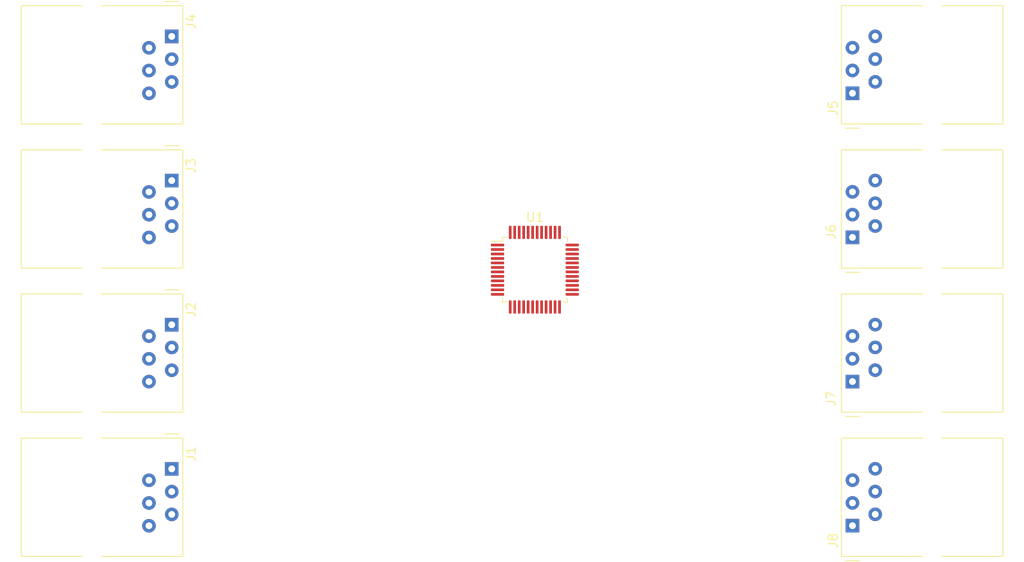
<source format=kicad_pcb>
(kicad_pcb (version 20211014) (generator pcbnew)
  (layers (0 "F.Cu" signal) (31 "B.Cu" signal) (34 "B.Paste" user) (35 "F.Paste" user) (36 "B.SilkS" user "B.Silkscreen") (37 "F.SilkS" user "F.Silkscreen") (38 "B.Mask" user) (39 "F.Mask" user) (44 "Edge.Cuts" user))
  (net 0 "")
  (footprint "Connector_RJ:RJ12_Amphenol_54601" (layer "F.Cu") (at 40.79 88.27 -90)
    (fp_text reference "J1" (at -1.67 -2.16 90) (layer "F.SilkS"))
    (fp_text value "RJ12")
    (fp_line (start 9.77 16.77) (end -3.43 16.77) (layer "F.SilkS") (width 0.12))
    (fp_line (start -3.43 16.77) (end -3.43 9.99) (layer "F.SilkS") (width 0.12))
    (fp_line (start -3.9 0.77) (end -3.9 -0.76) (layer "F.SilkS") (width 0.12))
    (fp_line (start -3.43 7.79) (end -3.43 -1.23) (layer "F.SilkS") (width 0.12))
    (fp_line (start 9.77 16.77) (end 9.77 9.99) (layer "F.SilkS") (width 0.12))
    (fp_line (start 9.77 16.65) (end 9.77 16.77) (layer "F.SilkS") (width 0.1))
    (fp_line (start 9.77 -1.23) (end 9.77 7.79) (layer "F.SilkS") (width 0.12))
    (fp_line (start 9.77 16.76) (end 9.77 16.77) (layer "F.SilkS") (width 0.1))
    (fp_line (start -3.43 -1.23) (end 9.77 -1.23) (layer "F.SilkS") (width 0.12))
    (fp_line (start -3.43 7.72) (end -3.43 7.79) (layer "F.SilkS") (width 0.1))
    (pad "" np_thru_hole circle (at 8.25 8.89 270) (size 3.25 3.25) (drill 3.25) (layers *.Cu *.Mask))
    (pad "" np_thru_hole circle (at -1.91 8.89 270) (size 3.25 3.25) (drill 3.25) (layers *.Cu *.Mask))
    (pad "1" thru_hole rect (at 0 0 270) (size 1.52 1.52) (drill 0.76) (layers *.Cu *.Mask))
    (pad "2" thru_hole circle (at 1.27 2.54 270) (size 1.52 1.52) (drill 0.76) (layers *.Cu *.Mask))
    (pad "3" thru_hole circle (at 2.54 0 270) (size 1.52 1.52) (drill 0.76) (layers *.Cu *.Mask))
    (pad "4" thru_hole circle (at 3.81 2.54 270) (size 1.52 1.52) (drill 0.76) (layers *.Cu *.Mask))
    (pad "5" thru_hole circle (at 5.08 0 270) (size 1.52 1.52) (drill 0.76) (layers *.Cu *.Mask))
    (pad "6" thru_hole circle (at 6.35 2.54 270) (size 1.52 1.52) (drill 0.76) (layers *.Cu *.Mask))
  )
  (footprint "Package_QFP:LQFP-48_7x7mm_P0.5mm" (layer "F.Cu") (at 81.28 66.04)
    (fp_text reference "U1" (at 0 -5.85) (layer "F.SilkS"))
    (fp_text value "STM32L4Q5CGT6")
    (fp_line (start -3.16 -3.61) (end -3.61 -3.61) (layer "F.SilkS") (width 0.12))
    (fp_line (start -3.61 -3.16) (end -4.9 -3.16) (layer "F.SilkS") (width 0.12))
    (fp_line (start 3.16 3.61) (end 3.61 3.61) (layer "F.SilkS") (width 0.12))
    (fp_line (start 3.61 3.61) (end 3.61 3.16) (layer "F.SilkS") (width 0.12))
    (fp_line (start -3.61 3.61) (end -3.61 3.16) (layer "F.SilkS") (width 0.12))
    (fp_line (start -3.16 3.61) (end -3.61 3.61) (layer "F.SilkS") (width 0.12))
    (fp_line (start -3.61 -3.61) (end -3.61 -3.16) (layer "F.SilkS") (width 0.12))
    (fp_line (start 3.61 -3.61) (end 3.61 -3.16) (layer "F.SilkS") (width 0.12))
    (fp_line (start 3.16 -3.61) (end 3.61 -3.61) (layer "F.SilkS") (width 0.12))
    (pad "1" smd roundrect (at -4.1625 -2.75) (size 1.475 0.3) (layers "F.Cu" "F.Paste" "F.Mask"))
    (pad "2" smd roundrect (at -4.1625 -2.25) (size 1.475 0.3) (layers "F.Cu" "F.Paste" "F.Mask"))
    (pad "3" smd roundrect (at -4.1625 -1.75) (size 1.475 0.3) (layers "F.Cu" "F.Paste" "F.Mask"))
    (pad "4" smd roundrect (at -4.1625 -1.25) (size 1.475 0.3) (layers "F.Cu" "F.Paste" "F.Mask"))
    (pad "5" smd roundrect (at -4.1625 -0.75) (size 1.475 0.3) (layers "F.Cu" "F.Paste" "F.Mask"))
    (pad "6" smd roundrect (at -4.1625 -0.25) (size 1.475 0.3) (layers "F.Cu" "F.Paste" "F.Mask"))
    (pad "7" smd roundrect (at -4.1625 0.25) (size 1.475 0.3) (layers "F.Cu" "F.Paste" "F.Mask"))
    (pad "8" smd roundrect (at -4.1625 0.75) (size 1.475 0.3) (layers "F.Cu" "F.Paste" "F.Mask"))
    (pad "9" smd roundrect (at -4.1625 1.25) (size 1.475 0.3) (layers "F.Cu" "F.Paste" "F.Mask"))
    (pad "10" smd roundrect (at -4.1625 1.75) (size 1.475 0.3) (layers "F.Cu" "F.Paste" "F.Mask"))
    (pad "11" smd roundrect (at -4.1625 2.25) (size 1.475 0.3) (layers "F.Cu" "F.Paste" "F.Mask"))
    (pad "12" smd roundrect (at -4.1625 2.75) (size 1.475 0.3) (layers "F.Cu" "F.Paste" "F.Mask"))
    (pad "13" smd roundrect (at -2.75 4.1625) (size 0.3 1.475) (layers "F.Cu" "F.Paste" "F.Mask"))
    (pad "14" smd roundrect (at -2.25 4.1625) (size 0.3 1.475) (layers "F.Cu" "F.Paste" "F.Mask"))
    (pad "15" smd roundrect (at -1.75 4.1625) (size 0.3 1.475) (layers "F.Cu" "F.Paste" "F.Mask"))
    (pad "16" smd roundrect (at -1.25 4.1625) (size 0.3 1.475) (layers "F.Cu" "F.Paste" "F.Mask"))
    (pad "17" smd roundrect (at -0.75 4.1625) (size 0.3 1.475) (layers "F.Cu" "F.Paste" "F.Mask"))
    (pad "18" smd roundrect (at -0.25 4.1625) (size 0.3 1.475) (layers "F.Cu" "F.Paste" "F.Mask"))
    (pad "19" smd roundrect (at 0.25 4.1625) (size 0.3 1.475) (layers "F.Cu" "F.Paste" "F.Mask"))
    (pad "20" smd roundrect (at 0.75 4.1625) (size 0.3 1.475) (layers "F.Cu" "F.Paste" "F.Mask"))
    (pad "21" smd roundrect (at 1.25 4.1625) (size 0.3 1.475) (layers "F.Cu" "F.Paste" "F.Mask"))
    (pad "22" smd roundrect (at 1.75 4.1625) (size 0.3 1.475) (layers "F.Cu" "F.Paste" "F.Mask"))
    (pad "23" smd roundrect (at 2.25 4.1625) (size 0.3 1.475) (layers "F.Cu" "F.Paste" "F.Mask"))
    (pad "24" smd roundrect (at 2.75 4.1625) (size 0.3 1.475) (layers "F.Cu" "F.Paste" "F.Mask"))
    (pad "25" smd roundrect (at 4.1625 2.75) (size 1.475 0.3) (layers "F.Cu" "F.Paste" "F.Mask"))
    (pad "26" smd roundrect (at 4.1625 2.25) (size 1.475 0.3) (layers "F.Cu" "F.Paste" "F.Mask"))
    (pad "27" smd roundrect (at 4.1625 1.75) (size 1.475 0.3) (layers "F.Cu" "F.Paste" "F.Mask"))
    (pad "28" smd roundrect (at 4.1625 1.25) (size 1.475 0.3) (layers "F.Cu" "F.Paste" "F.Mask"))
    (pad "29" smd roundrect (at 4.1625 0.75) (size 1.475 0.3) (layers "F.Cu" "F.Paste" "F.Mask"))
    (pad "30" smd roundrect (at 4.1625 0.25) (size 1.475 0.3) (layers "F.Cu" "F.Paste" "F.Mask"))
    (pad "31" smd roundrect (at 4.1625 -0.25) (size 1.475 0.3) (layers "F.Cu" "F.Paste" "F.Mask"))
    (pad "32" smd roundrect (at 4.1625 -0.75) (size 1.475 0.3) (layers "F.Cu" "F.Paste" "F.Mask"))
    (pad "33" smd roundrect (at 4.1625 -1.25) (size 1.475 0.3) (layers "F.Cu" "F.Paste" "F.Mask"))
    (pad "34" smd roundrect (at 4.1625 -1.75) (size 1.475 0.3) (layers "F.Cu" "F.Paste" "F.Mask"))
    (pad "35" smd roundrect (at 4.1625 -2.25) (size 1.475 0.3) (layers "F.Cu" "F.Paste" "F.Mask"))
    (pad "36" smd roundrect (at 4.1625 -2.75) (size 1.475 0.3) (layers "F.Cu" "F.Paste" "F.Mask"))
    (pad "37" smd roundrect (at 2.75 -4.1625) (size 0.3 1.475) (layers "F.Cu" "F.Paste" "F.Mask"))
    (pad "38" smd roundrect (at 2.25 -4.1625) (size 0.3 1.475) (layers "F.Cu" "F.Paste" "F.Mask"))
    (pad "39" smd roundrect (at 1.75 -4.1625) (size 0.3 1.475) (layers "F.Cu" "F.Paste" "F.Mask"))
    (pad "40" smd roundrect (at 1.25 -4.1625) (size 0.3 1.475) (layers "F.Cu" "F.Paste" "F.Mask"))
    (pad "41" smd roundrect (at 0.75 -4.1625) (size 0.3 1.475) (layers "F.Cu" "F.Paste" "F.Mask"))
    (pad "42" smd roundrect (at 0.25 -4.1625) (size 0.3 1.475) (layers "F.Cu" "F.Paste" "F.Mask"))
    (pad "43" smd roundrect (at -0.25 -4.1625) (size 0.3 1.475) (layers "F.Cu" "F.Paste" "F.Mask"))
    (pad "44" smd roundrect (at -0.75 -4.1625) (size 0.3 1.475) (layers "F.Cu" "F.Paste" "F.Mask"))
    (pad "45" smd roundrect (at -1.25 -4.1625) (size 0.3 1.475) (layers "F.Cu" "F.Paste" "F.Mask"))
    (pad "46" smd roundrect (at -1.75 -4.1625) (size 0.3 1.475) (layers "F.Cu" "F.Paste" "F.Mask"))
    (pad "47" smd roundrect (at -2.25 -4.1625) (size 0.3 1.475) (layers "F.Cu" "F.Paste" "F.Mask"))
    (pad "48" smd roundrect (at -2.75 -4.1625) (size 0.3 1.475) (layers "F.Cu" "F.Paste" "F.Mask"))
  )
  (footprint "Connector_RJ:RJ12_Amphenol_54601" (layer "F.Cu") (at 40.79 40.01 -90)
    (fp_text reference "J4" (at -1.67 -2.16 90) (layer "F.SilkS"))
    (fp_text value "RJ12")
    (fp_line (start -3.9 0.77) (end -3.9 -0.76) (layer "F.SilkS") (width 0.12))
    (fp_line (start -3.43 7.72) (end -3.43 7.79) (layer "F.SilkS") (width 0.1))
    (fp_line (start 9.77 16.76) (end 9.77 16.77) (layer "F.SilkS") (width 0.1))
    (fp_line (start 9.77 16.77) (end 9.77 9.99) (layer "F.SilkS") (width 0.12))
    (fp_line (start -3.43 16.77) (end -3.43 9.99) (layer "F.SilkS") (width 0.12))
    (fp_line (start 9.77 16.65) (end 9.77 16.77) (layer "F.SilkS") (width 0.1))
    (fp_line (start -3.43 -1.23) (end 9.77 -1.23) (layer "F.SilkS") (width 0.12))
    (fp_line (start 9.77 -1.23) (end 9.77 7.79) (layer "F.SilkS") (width 0.12))
    (fp_line (start 9.77 16.77) (end -3.43 16.77) (layer "F.SilkS") (width 0.12))
    (fp_line (start -3.43 7.79) (end -3.43 -1.23) (layer "F.SilkS") (width 0.12))
    (pad "" np_thru_hole circle (at -1.91 8.89 270) (size 3.25 3.25) (drill 3.25) (layers *.Cu *.Mask))
    (pad "" np_thru_hole circle (at 8.25 8.89 270) (size 3.25 3.25) (drill 3.25) (layers *.Cu *.Mask))
    (pad "1" thru_hole rect (at 0 0 270) (size 1.52 1.52) (drill 0.76) (layers *.Cu *.Mask))
    (pad "2" thru_hole circle (at 1.27 2.54 270) (size 1.52 1.52) (drill 0.76) (layers *.Cu *.Mask))
    (pad "3" thru_hole circle (at 2.54 0 270) (size 1.52 1.52) (drill 0.76) (layers *.Cu *.Mask))
    (pad "4" thru_hole circle (at 3.81 2.54 270) (size 1.52 1.52) (drill 0.76) (layers *.Cu *.Mask))
    (pad "5" thru_hole circle (at 5.08 0 270) (size 1.52 1.52) (drill 0.76) (layers *.Cu *.Mask))
    (pad "6" thru_hole circle (at 6.35 2.54 270) (size 1.52 1.52) (drill 0.76) (layers *.Cu *.Mask))
  )
  (footprint "Connector_RJ:RJ12_Amphenol_54601" (layer "F.Cu") (at 116.69 94.61 90)
    (fp_text reference "J8" (at -1.67 -2.16 90) (layer "F.SilkS"))
    (fp_text value "RJ12")
    (fp_line (start -3.43 7.79) (end -3.43 -1.23) (layer "F.SilkS") (width 0.12))
    (fp_line (start -3.43 16.77) (end -3.43 9.99) (layer "F.SilkS") (width 0.12))
    (fp_line (start 9.77 16.76) (end 9.77 16.77) (layer "F.SilkS") (width 0.1))
    (fp_line (start -3.43 -1.23) (end 9.77 -1.23) (layer "F.SilkS") (width 0.12))
    (fp_line (start -3.43 7.72) (end -3.43 7.79) (layer "F.SilkS") (width 0.1))
    (fp_line (start 9.77 16.77) (end 9.77 9.99) (layer "F.SilkS") (width 0.12))
    (fp_line (start 9.77 16.77) (end -3.43 16.77) (layer "F.SilkS") (width 0.12))
    (fp_line (start -3.9 0.77) (end -3.9 -0.76) (layer "F.SilkS") (width 0.12))
    (fp_line (start 9.77 -1.23) (end 9.77 7.79) (layer "F.SilkS") (width 0.12))
    (fp_line (start 9.77 16.65) (end 9.77 16.77) (layer "F.SilkS") (width 0.1))
    (pad "" np_thru_hole circle (at -1.91 8.89 90) (size 3.25 3.25) (drill 3.25) (layers *.Cu *.Mask))
    (pad "" np_thru_hole circle (at 8.25 8.89 90) (size 3.25 3.25) (drill 3.25) (layers *.Cu *.Mask))
    (pad "1" thru_hole rect (at 0 0 90) (size 1.52 1.52) (drill 0.76) (layers *.Cu *.Mask))
    (pad "2" thru_hole circle (at 1.27 2.54 90) (size 1.52 1.52) (drill 0.76) (layers *.Cu *.Mask))
    (pad "3" thru_hole circle (at 2.54 0 90) (size 1.52 1.52) (drill 0.76) (layers *.Cu *.Mask))
    (pad "4" thru_hole circle (at 3.81 2.54 90) (size 1.52 1.52) (drill 0.76) (layers *.Cu *.Mask))
    (pad "5" thru_hole circle (at 5.08 0 90) (size 1.52 1.52) (drill 0.76) (layers *.Cu *.Mask))
    (pad "6" thru_hole circle (at 6.35 2.54 90) (size 1.52 1.52) (drill 0.76) (layers *.Cu *.Mask))
  )
  (footprint "Connector_RJ:RJ12_Amphenol_54601" (layer "F.Cu") (at 40.79 72.183332 -90)
    (fp_text reference "J2" (at -1.67 -2.16 90) (layer "F.SilkS"))
    (fp_text value "RJ12")
    (fp_line (start 9.77 16.65) (end 9.77 16.77) (layer "F.SilkS") (width 0.1))
    (fp_line (start 9.77 16.77) (end 9.77 9.99) (layer "F.SilkS") (width 0.12))
    (fp_line (start -3.43 16.77) (end -3.43 9.99) (layer "F.SilkS") (width 0.12))
    (fp_line (start -3.43 7.79) (end -3.43 -1.23) (layer "F.SilkS") (width 0.12))
    (fp_line (start 9.77 -1.23) (end 9.77 7.79) (layer "F.SilkS") (width 0.12))
    (fp_line (start 9.77 16.77) (end -3.43 16.77) (layer "F.SilkS") (width 0.12))
    (fp_line (start -3.43 -1.23) (end 9.77 -1.23) (layer "F.SilkS") (width 0.12))
    (fp_line (start -3.43 7.72) (end -3.43 7.79) (layer "F.SilkS") (width 0.1))
    (fp_line (start 9.77 16.76) (end 9.77 16.77) (layer "F.SilkS") (width 0.1))
    (fp_line (start -3.9 0.77) (end -3.9 -0.76) (layer "F.SilkS") (width 0.12))
    (pad "" np_thru_hole circle (at 8.25 8.89 270) (size 3.25 3.25) (drill 3.25) (layers *.Cu *.Mask))
    (pad "" np_thru_hole circle (at -1.91 8.89 270) (size 3.25 3.25) (drill 3.25) (layers *.Cu *.Mask))
    (pad "1" thru_hole rect (at 0 0 270) (size 1.52 1.52) (drill 0.76) (layers *.Cu *.Mask))
    (pad "2" thru_hole circle (at 1.27 2.54 270) (size 1.52 1.52) (drill 0.76) (layers *.Cu *.Mask))
    (pad "3" thru_hole circle (at 2.54 0 270) (size 1.52 1.52) (drill 0.76) (layers *.Cu *.Mask))
    (pad "4" thru_hole circle (at 3.81 2.54 270) (size 1.52 1.52) (drill 0.76) (layers *.Cu *.Mask))
    (pad "5" thru_hole circle (at 5.08 0 270) (size 1.52 1.52) (drill 0.76) (layers *.Cu *.Mask))
    (pad "6" thru_hole circle (at 6.35 2.54 270) (size 1.52 1.52) (drill 0.76) (layers *.Cu *.Mask))
  )
  (footprint "Connector_RJ:RJ12_Amphenol_54601" (layer "F.Cu") (at 40.79 56.096666 -90)
    (fp_text reference "J3" (at -1.67 -2.16 90) (layer "F.SilkS"))
    (fp_text value "RJ12")
    (fp_line (start 9.77 16.65) (end 9.77 16.77) (layer "F.SilkS") (width 0.1))
    (fp_line (start -3.43 16.77) (end -3.43 9.99) (layer "F.SilkS") (width 0.12))
    (fp_line (start 9.77 16.76) (end 9.77 16.77) (layer "F.SilkS") (width 0.1))
    (fp_line (start 9.77 16.77) (end 9.77 9.99) (layer "F.SilkS") (width 0.12))
    (fp_line (start -3.43 7.79) (end -3.43 -1.23) (layer "F.SilkS") (width 0.12))
    (fp_line (start -3.43 -1.23) (end 9.77 -1.23) (layer "F.SilkS") (width 0.12))
    (fp_line (start 9.77 16.77) (end -3.43 16.77) (layer "F.SilkS") (width 0.12))
    (fp_line (start -3.9 0.77) (end -3.9 -0.76) (layer "F.SilkS") (width 0.12))
    (fp_line (start -3.43 7.72) (end -3.43 7.79) (layer "F.SilkS") (width 0.1))
    (fp_line (start 9.77 -1.23) (end 9.77 7.79) (layer "F.SilkS") (width 0.12))
    (pad "" np_thru_hole circle (at -1.91 8.89 270) (size 3.25 3.25) (drill 3.25) (layers *.Cu *.Mask))
    (pad "" np_thru_hole circle (at 8.25 8.89 270) (size 3.25 3.25) (drill 3.25) (layers *.Cu *.Mask))
    (pad "1" thru_hole rect (at 0 0 270) (size 1.52 1.52) (drill 0.76) (layers *.Cu *.Mask))
    (pad "2" thru_hole circle (at 1.27 2.54 270) (size 1.52 1.52) (drill 0.76) (layers *.Cu *.Mask))
    (pad "3" thru_hole circle (at 2.54 0 270) (size 1.52 1.52) (drill 0.76) (layers *.Cu *.Mask))
    (pad "4" thru_hole circle (at 3.81 2.54 270) (size 1.52 1.52) (drill 0.76) (layers *.Cu *.Mask))
    (pad "5" thru_hole circle (at 5.08 0 270) (size 1.52 1.52) (drill 0.76) (layers *.Cu *.Mask))
    (pad "6" thru_hole circle (at 6.35 2.54 270) (size 1.52 1.52) (drill 0.76) (layers *.Cu *.Mask))
  )
  (footprint "Connector_RJ:RJ12_Amphenol_54601" (layer "F.Cu") (at 116.69 78.523332 90)
    (fp_text reference "J7" (at -1.91 -2.39 90) (layer "F.SilkS"))
    (fp_text value "RJ12")
    (fp_line (start 9.77 16.77) (end -3.43 16.77) (layer "F.SilkS") (width 0.12))
    (fp_line (start -3.43 -1.23) (end 9.77 -1.23) (layer "F.SilkS") (width 0.12))
    (fp_line (start -3.43 7.72) (end -3.43 7.79) (layer "F.SilkS") (width 0.1))
    (fp_line (start 9.77 16.76) (end 9.77 16.77) (layer "F.SilkS") (width 0.1))
    (fp_line (start 9.77 -1.23) (end 9.77 7.79) (layer "F.SilkS") (width 0.12))
    (fp_line (start -3.43 7.79) (end -3.43 -1.23) (layer "F.SilkS") (width 0.12))
    (fp_line (start -3.9 0.77) (end -3.9 -0.76) (layer "F.SilkS") (width 0.12))
    (fp_line (start -3.43 16.77) (end -3.43 9.99) (layer "F.SilkS") (width 0.12))
    (fp_line (start 9.77 16.65) (end 9.77 16.77) (layer "F.SilkS") (width 0.1))
    (fp_line (start 9.77 16.77) (end 9.77 9.99) (layer "F.SilkS") (width 0.12))
    (pad "" np_thru_hole circle (at 8.25 8.89 90) (size 3.25 3.25) (drill 3.25) (layers *.Cu *.Mask))
    (pad "" np_thru_hole circle (at -1.91 8.89 90) (size 3.25 3.25) (drill 3.25) (layers *.Cu *.Mask))
    (pad "1" thru_hole rect (at 0 0 90) (size 1.52 1.52) (drill 0.76) (layers *.Cu *.Mask))
    (pad "2" thru_hole circle (at 1.27 2.54 90) (size 1.52 1.52) (drill 0.76) (layers *.Cu *.Mask))
    (pad "3" thru_hole circle (at 2.54 0 90) (size 1.52 1.52) (drill 0.76) (layers *.Cu *.Mask))
    (pad "4" thru_hole circle (at 3.81 2.54 90) (size 1.52 1.52) (drill 0.76) (layers *.Cu *.Mask))
    (pad "5" thru_hole circle (at 5.08 0 90) (size 1.52 1.52) (drill 0.76) (layers *.Cu *.Mask))
    (pad "6" thru_hole circle (at 6.35 2.54 90) (size 1.52 1.52) (drill 0.76) (layers *.Cu *.Mask))
  )
  (footprint "Connector_RJ:RJ12_Amphenol_54601" (layer "F.Cu") (at 116.69 62.436666 90)
    (fp_text reference "J6" (at 0.63 -2.39 90) (layer "F.SilkS"))
    (fp_text value "RJ12")
    (fp_line (start -3.9 0.77) (end -3.9 -0.76) (layer "F.SilkS") (width 0.12))
    (fp_line (start -3.43 7.72) (end -3.43 7.79) (layer "F.SilkS") (width 0.1))
    (fp_line (start 9.77 16.77) (end 9.77 9.99) (layer "F.SilkS") (width 0.12))
    (fp_line (start 9.77 16.76) (end 9.77 16.77) (layer "F.SilkS") (width 0.1))
    (fp_line (start -3.43 -1.23) (end 9.77 -1.23) (layer "F.SilkS") (width 0.12))
    (fp_line (start -3.43 16.77) (end -3.43 9.99) (layer "F.SilkS") (width 0.12))
    (fp_line (start 9.77 16.77) (end -3.43 16.77) (layer "F.SilkS") (width 0.12))
    (fp_line (start -3.43 7.79) (end -3.43 -1.23) (layer "F.SilkS") (width 0.12))
    (fp_line (start 9.77 16.65) (end 9.77 16.77) (layer "F.SilkS") (width 0.1))
    (fp_line (start 9.77 -1.23) (end 9.77 7.79) (layer "F.SilkS") (width 0.12))
    (pad "" np_thru_hole circle (at 8.25 8.89 90) (size 3.25 3.25) (drill 3.25) (layers *.Cu *.Mask))
    (pad "" np_thru_hole circle (at -1.91 8.89 90) (size 3.25 3.25) (drill 3.25) (layers *.Cu *.Mask))
    (pad "1" thru_hole rect (at 0 0 90) (size 1.52 1.52) (drill 0.76) (layers *.Cu *.Mask))
    (pad "2" thru_hole circle (at 1.27 2.54 90) (size 1.52 1.52) (drill 0.76) (layers *.Cu *.Mask))
    (pad "3" thru_hole circle (at 2.54 0 90) (size 1.52 1.52) (drill 0.76) (layers *.Cu *.Mask))
    (pad "4" thru_hole circle (at 3.81 2.54 90) (size 1.52 1.52) (drill 0.76) (layers *.Cu *.Mask))
    (pad "5" thru_hole circle (at 5.08 0 90) (size 1.52 1.52) (drill 0.76) (layers *.Cu *.Mask))
    (pad "6" thru_hole circle (at 6.35 2.54 90) (size 1.52 1.52) (drill 0.76) (layers *.Cu *.Mask))
  )
  (footprint "Connector_RJ:RJ12_Amphenol_54601" (layer "F.Cu") (at 116.69 46.35 90)
    (fp_text reference "J5" (at -1.67 -2.16 90) (layer "F.SilkS"))
    (fp_text value "RJ12")
    (fp_line (start 9.77 16.65) (end 9.77 16.77) (layer "F.SilkS") (width 0.1))
    (fp_line (start -3.43 -1.23) (end 9.77 -1.23) (layer "F.SilkS") (width 0.12))
    (fp_line (start -3.43 16.77) (end -3.43 9.99) (layer "F.SilkS") (width 0.12))
    (fp_line (start -3.43 7.79) (end -3.43 -1.23) (layer "F.SilkS") (width 0.12))
    (fp_line (start 9.77 16.77) (end 9.77 9.99) (layer "F.SilkS") (width 0.12))
    (fp_line (start -3.43 7.72) (end -3.43 7.79) (layer "F.SilkS") (width 0.1))
    (fp_line (start 9.77 16.77) (end -3.43 16.77) (layer "F.SilkS") (width 0.12))
    (fp_line (start -3.9 0.77) (end -3.9 -0.76) (layer "F.SilkS") (width 0.12))
    (fp_line (start 9.77 16.76) (end 9.77 16.77) (layer "F.SilkS") (width 0.1))
    (fp_line (start 9.77 -1.23) (end 9.77 7.79) (layer "F.SilkS") (width 0.12))
    (pad "" np_thru_hole circle (at 8.25 8.89 90) (size 3.25 3.25) (drill 3.25) (layers *.Cu *.Mask))
    (pad "" np_thru_hole circle (at -1.91 8.89 90) (size 3.25 3.25) (drill 3.25) (layers *.Cu *.Mask))
    (pad "1" thru_hole rect (at 0 0 90) (size 1.52 1.52) (drill 0.76) (layers *.Cu *.Mask))
    (pad "2" thru_hole circle (at 1.27 2.54 90) (size 1.52 1.52) (drill 0.76) (layers *.Cu *.Mask))
    (pad "3" thru_hole circle (at 2.54 0 90) (size 1.52 1.52) (drill 0.76) (layers *.Cu *.Mask))
    (pad "4" thru_hole circle (at 3.81 2.54 90) (size 1.52 1.52) (drill 0.76) (layers *.Cu *.Mask))
    (pad "5" thru_hole circle (at 5.08 0 90) (size 1.52 1.52) (drill 0.76) (layers *.Cu *.Mask))
    (pad "6" thru_hole circle (at 6.35 2.54 90) (size 1.52 1.52) (drill 0.76) (layers *.Cu *.Mask))
  )
)
</source>
